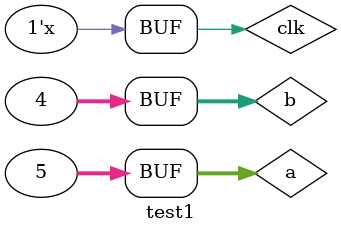
<source format=v>
`timescale 1ns / 1ps


module test1;

	// Inputs
	reg [31:0] a;
	reg [31:0] b;
	reg clk;

	// Outputs
	wire [63:0] res;

	// Instantiate the Unit Under Test (UUT)
	Q1S uut (
		.a(a), 
		.b(b), 
		.clk(clk), 
		.res(res)
	);

	initial begin
		// Initialize Inputs
		a = 0;
		b = 0;
		clk = 0;

		// Wait 100 ns for global reset to finish
		#100;
		a = 5;
		b = 4;
		#100; 
		#100;
        
		// Add stimulus here

	end
	
	always@(*) begin
	#110 ;
	clk <= ~clk;
	
	end
      
endmodule


</source>
